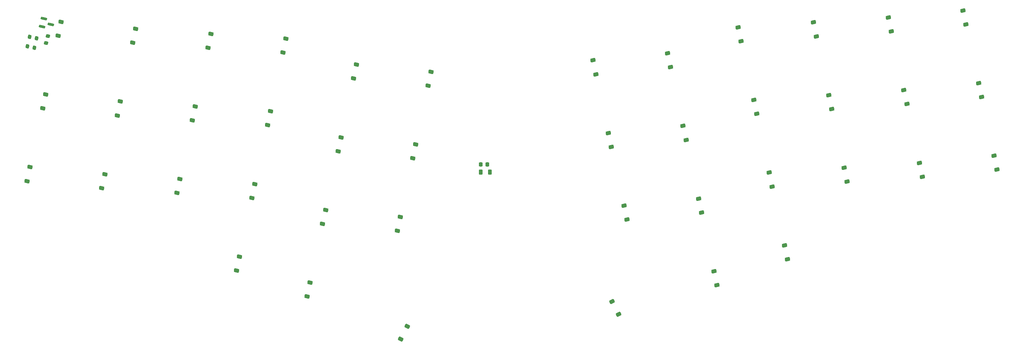
<source format=gbr>
%TF.GenerationSoftware,KiCad,Pcbnew,7.0.2*%
%TF.CreationDate,2023-06-24T23:52:28+10:00*%
%TF.ProjectId,keyboard,6b657962-6f61-4726-942e-6b696361645f,v1.0.0*%
%TF.SameCoordinates,Original*%
%TF.FileFunction,Paste,Bot*%
%TF.FilePolarity,Positive*%
%FSLAX46Y46*%
G04 Gerber Fmt 4.6, Leading zero omitted, Abs format (unit mm)*
G04 Created by KiCad (PCBNEW 7.0.2) date 2023-06-24 23:52:28*
%MOMM*%
%LPD*%
G01*
G04 APERTURE LIST*
G04 Aperture macros list*
%AMRoundRect*
0 Rectangle with rounded corners*
0 $1 Rounding radius*
0 $2 $3 $4 $5 $6 $7 $8 $9 X,Y pos of 4 corners*
0 Add a 4 corners polygon primitive as box body*
4,1,4,$2,$3,$4,$5,$6,$7,$8,$9,$2,$3,0*
0 Add four circle primitives for the rounded corners*
1,1,$1+$1,$2,$3*
1,1,$1+$1,$4,$5*
1,1,$1+$1,$6,$7*
1,1,$1+$1,$8,$9*
0 Add four rect primitives between the rounded corners*
20,1,$1+$1,$2,$3,$4,$5,0*
20,1,$1+$1,$4,$5,$6,$7,0*
20,1,$1+$1,$6,$7,$8,$9,0*
20,1,$1+$1,$8,$9,$2,$3,0*%
G04 Aperture macros list end*
%ADD10RoundRect,0.200000X-0.227408X0.252805X-0.310573X-0.138454X0.227408X-0.252805X0.310573X0.138454X0*%
%ADD11RoundRect,0.200000X0.252805X0.227408X-0.138454X0.310573X-0.252805X-0.227408X0.138454X-0.310573X0*%
%ADD12RoundRect,0.225000X0.320025X-0.298050X0.413585X0.142116X-0.320025X0.298050X-0.413585X-0.142116X0*%
%ADD13RoundRect,0.225000X0.413585X-0.142116X0.320025X0.298050X-0.413585X0.142116X-0.320025X-0.298050X0*%
%ADD14RoundRect,0.225000X0.436275X-0.030230X0.231980X0.370723X-0.436275X0.030230X-0.231980X-0.370723X0*%
%ADD15RoundRect,0.225000X-0.225000X-0.250000X0.225000X-0.250000X0.225000X0.250000X-0.225000X0.250000X0*%
%ADD16RoundRect,0.150000X-0.605848X-0.024574X0.543475X-0.268870X0.605848X0.024574X-0.543475X0.268870X0*%
%ADD17RoundRect,0.218750X0.218750X0.381250X-0.218750X0.381250X-0.218750X-0.381250X0.218750X-0.381250X0*%
%ADD18RoundRect,0.225000X0.231980X-0.370723X0.436275X0.030230X-0.231980X0.370723X-0.436275X-0.030230X0*%
G04 APERTURE END LIST*
D10*
%TO.C,R8*%
X98671527Y-72193028D03*
X98328473Y-73806972D03*
%TD*%
D11*
%TO.C,R7*%
X96056972Y-72671527D03*
X94443028Y-72328473D03*
%TD*%
%TO.C,R5*%
X95556972Y-74921527D03*
X93943028Y-74578473D03*
%TD*%
D12*
%TO.C,D9*%
X128590032Y-108626312D03*
X129276140Y-105398424D03*
%TD*%
D13*
%TO.C,D42*%
X318514665Y-103215023D03*
X317828557Y-99987135D03*
%TD*%
%TO.C,D40*%
X311341712Y-69468930D03*
X310655604Y-66241042D03*
%TD*%
D12*
%TO.C,D10*%
X153155811Y-76021327D03*
X153841919Y-72793439D03*
%TD*%
D13*
%TO.C,D29*%
X253673355Y-130032311D03*
X252987247Y-126804423D03*
%TD*%
%TO.C,D34*%
X276660017Y-72240220D03*
X275973909Y-69012332D03*
%TD*%
D14*
%TO.C,D25*%
X230873827Y-136795352D03*
X229375659Y-133855030D03*
%TD*%
D13*
%TO.C,D37*%
X294052843Y-71099112D03*
X293366735Y-67871224D03*
%TD*%
%TO.C,D23*%
X229211532Y-97916400D03*
X228525424Y-94688512D03*
%TD*%
D12*
%TO.C,D4*%
X118370160Y-73739112D03*
X119056268Y-70511224D03*
%TD*%
%TO.C,D3*%
X93908338Y-105855023D03*
X94594446Y-102627135D03*
%TD*%
D13*
%TO.C,D32*%
X266440145Y-107127419D03*
X265754037Y-103899531D03*
%TD*%
D12*
%TO.C,D13*%
X142396381Y-126640466D03*
X143082489Y-123412578D03*
%TD*%
D13*
%TO.C,D39*%
X301225796Y-104845204D03*
X300539688Y-101617316D03*
%TD*%
%TO.C,D38*%
X297639319Y-87972158D03*
X296953211Y-84744270D03*
%TD*%
D12*
%TO.C,D7*%
X135762986Y-74880220D03*
X136449094Y-71652332D03*
%TD*%
%TO.C,D2*%
X97494814Y-88981977D03*
X98180922Y-85754089D03*
%TD*%
%TO.C,D19*%
X183211471Y-100556400D03*
X183897579Y-97328512D03*
%TD*%
D13*
%TO.C,D28*%
X250086878Y-113159265D03*
X249400770Y-109931377D03*
%TD*%
D12*
%TO.C,D1*%
X101081291Y-72108930D03*
X101767399Y-68881042D03*
%TD*%
%TO.C,D8*%
X132176509Y-91753266D03*
X132862617Y-88525378D03*
%TD*%
D13*
%TO.C,D24*%
X232798009Y-114789447D03*
X232111901Y-111561559D03*
%TD*%
%TO.C,D27*%
X246500402Y-96286219D03*
X245814294Y-93058331D03*
%TD*%
D12*
%TO.C,D5*%
X114783684Y-90612158D03*
X115469792Y-87384270D03*
%TD*%
%TO.C,D15*%
X165922601Y-98926219D03*
X166608709Y-95698331D03*
%TD*%
D15*
%TO.C,C15*%
X198925000Y-102000000D03*
X200475000Y-102000000D03*
%TD*%
D13*
%TO.C,D31*%
X262853669Y-90254373D03*
X262167561Y-87026485D03*
%TD*%
D16*
%TO.C,Q2*%
X97385471Y-69984323D03*
X97780503Y-68125843D03*
X99417013Y-69444917D03*
%TD*%
D17*
%TO.C,L1*%
X201062500Y-103750000D03*
X198937500Y-103750000D03*
%TD*%
D13*
%TO.C,D26*%
X242913925Y-79413173D03*
X242227817Y-76185285D03*
%TD*%
%TO.C,D30*%
X259267192Y-73381327D03*
X258581084Y-70153439D03*
%TD*%
D12*
%TO.C,D18*%
X186797947Y-83683354D03*
X187484055Y-80455466D03*
%TD*%
D13*
%TO.C,D33*%
X270026622Y-124000466D03*
X269340514Y-120772578D03*
%TD*%
D12*
%TO.C,D14*%
X169509078Y-82053173D03*
X170195186Y-78825285D03*
%TD*%
%TO.C,D11*%
X149569334Y-92894373D03*
X150255442Y-89666485D03*
%TD*%
D13*
%TO.C,D22*%
X225625055Y-81043354D03*
X224938947Y-77815466D03*
%TD*%
D18*
%TO.C,D21*%
X180441176Y-142560352D03*
X181939344Y-139620030D03*
%TD*%
D13*
%TO.C,D36*%
X283832971Y-105986312D03*
X283146863Y-102758424D03*
%TD*%
%TO.C,D35*%
X280246494Y-89113266D03*
X279560386Y-85885378D03*
%TD*%
D12*
%TO.C,D17*%
X158749648Y-132672311D03*
X159435756Y-129444423D03*
%TD*%
%TO.C,D16*%
X162336125Y-115799265D03*
X163022233Y-112571377D03*
%TD*%
%TO.C,D20*%
X179624994Y-117429447D03*
X180311102Y-114201559D03*
%TD*%
%TO.C,D12*%
X145982858Y-109767419D03*
X146668966Y-106539531D03*
%TD*%
%TO.C,D6*%
X111197207Y-107485204D03*
X111883315Y-104257316D03*
%TD*%
D13*
%TO.C,D41*%
X314928189Y-86341977D03*
X314242081Y-83114089D03*
%TD*%
M02*

</source>
